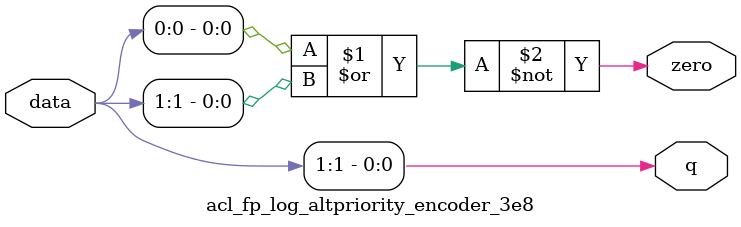
<source format=v>
module  acl_fp_log_altpriority_encoder_3e8
	( 
	data,
	q,
	zero) ;
	input   [1:0]  data;
	output   [0:0]  q;
	output   zero;
	assign
		q = {data[1]},
		zero = (~ (data[0] | data[1]));
endmodule
</source>
